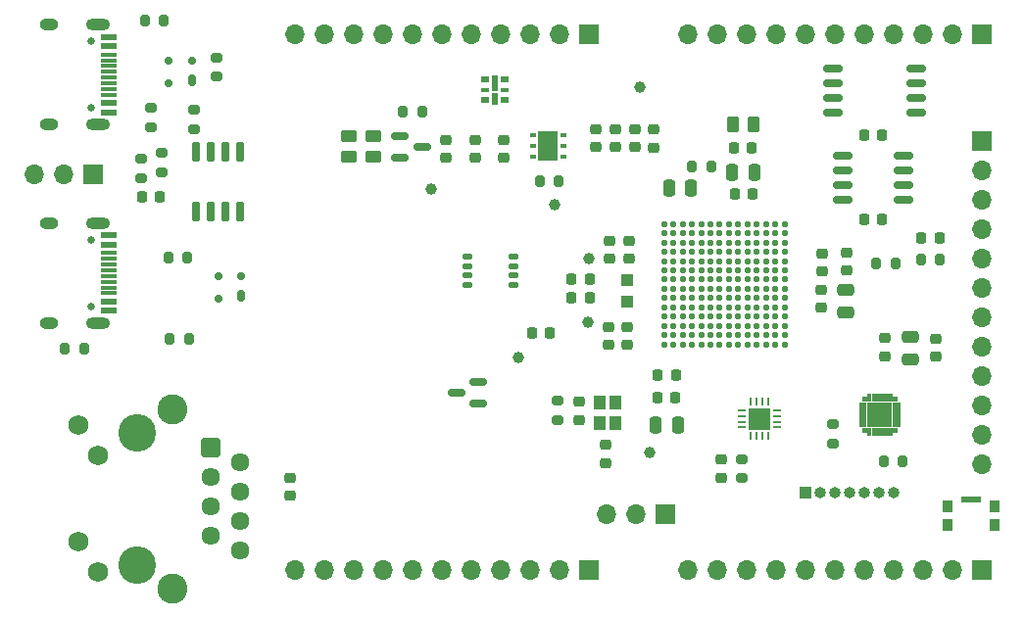
<source format=gbr>
%TF.GenerationSoftware,KiCad,Pcbnew,9.0.0*%
%TF.CreationDate,2025-04-18T01:08:42+10:00*%
%TF.ProjectId,Teensy_4.1_attempt_1,5465656e-7379-45f3-942e-315f61747465,rev?*%
%TF.SameCoordinates,Original*%
%TF.FileFunction,Soldermask,Top*%
%TF.FilePolarity,Negative*%
%FSLAX46Y46*%
G04 Gerber Fmt 4.6, Leading zero omitted, Abs format (unit mm)*
G04 Created by KiCad (PCBNEW 9.0.0) date 2025-04-18 01:08:42*
%MOMM*%
%LPD*%
G01*
G04 APERTURE LIST*
G04 Aperture macros list*
%AMRoundRect*
0 Rectangle with rounded corners*
0 $1 Rounding radius*
0 $2 $3 $4 $5 $6 $7 $8 $9 X,Y pos of 4 corners*
0 Add a 4 corners polygon primitive as box body*
4,1,4,$2,$3,$4,$5,$6,$7,$8,$9,$2,$3,0*
0 Add four circle primitives for the rounded corners*
1,1,$1+$1,$2,$3*
1,1,$1+$1,$4,$5*
1,1,$1+$1,$6,$7*
1,1,$1+$1,$8,$9*
0 Add four rect primitives between the rounded corners*
20,1,$1+$1,$2,$3,$4,$5,0*
20,1,$1+$1,$4,$5,$6,$7,0*
20,1,$1+$1,$6,$7,$8,$9,0*
20,1,$1+$1,$8,$9,$2,$3,0*%
G04 Aperture macros list end*
%ADD10C,0.010000*%
%ADD11RoundRect,0.225000X0.250000X-0.225000X0.250000X0.225000X-0.250000X0.225000X-0.250000X-0.225000X0*%
%ADD12RoundRect,0.225000X0.225000X0.250000X-0.225000X0.250000X-0.225000X-0.250000X0.225000X-0.250000X0*%
%ADD13RoundRect,0.200000X-0.275000X0.200000X-0.275000X-0.200000X0.275000X-0.200000X0.275000X0.200000X0*%
%ADD14R,1.700000X1.700000*%
%ADD15O,1.700000X1.700000*%
%ADD16RoundRect,0.250000X-0.250000X-0.475000X0.250000X-0.475000X0.250000X0.475000X-0.250000X0.475000X0*%
%ADD17RoundRect,0.200000X0.200000X0.275000X-0.200000X0.275000X-0.200000X-0.275000X0.200000X-0.275000X0*%
%ADD18RoundRect,0.250000X0.262500X0.450000X-0.262500X0.450000X-0.262500X-0.450000X0.262500X-0.450000X0*%
%ADD19RoundRect,0.200000X0.275000X-0.200000X0.275000X0.200000X-0.275000X0.200000X-0.275000X-0.200000X0*%
%ADD20RoundRect,0.225000X-0.250000X0.225000X-0.250000X-0.225000X0.250000X-0.225000X0.250000X0.225000X0*%
%ADD21R,1.000000X1.150000*%
%ADD22RoundRect,0.150000X-0.675000X-0.150000X0.675000X-0.150000X0.675000X0.150000X-0.675000X0.150000X0*%
%ADD23C,1.000000*%
%ADD24C,3.250000*%
%ADD25RoundRect,0.102000X-0.704000X0.704000X-0.704000X-0.704000X0.704000X-0.704000X0.704000X0.704000X0*%
%ADD26C,1.612000*%
%ADD27C,1.734000*%
%ADD28C,2.604000*%
%ADD29RoundRect,0.162500X-0.650000X-0.162500X0.650000X-0.162500X0.650000X0.162500X-0.650000X0.162500X0*%
%ADD30RoundRect,0.062500X0.062500X-0.275000X0.062500X0.275000X-0.062500X0.275000X-0.062500X-0.275000X0*%
%ADD31RoundRect,0.062500X0.275000X-0.062500X0.275000X0.062500X-0.275000X0.062500X-0.275000X-0.062500X0*%
%ADD32R,1.900000X1.900000*%
%ADD33RoundRect,0.250000X0.250000X0.475000X-0.250000X0.475000X-0.250000X-0.475000X0.250000X-0.475000X0*%
%ADD34RoundRect,0.250000X-0.450000X0.262500X-0.450000X-0.262500X0.450000X-0.262500X0.450000X0.262500X0*%
%ADD35C,0.650000*%
%ADD36R,1.450000X0.600000*%
%ADD37R,1.450000X0.300000*%
%ADD38O,2.100000X1.000000*%
%ADD39O,1.600000X1.000000*%
%ADD40RoundRect,0.200000X-0.200000X-0.275000X0.200000X-0.275000X0.200000X0.275000X-0.200000X0.275000X0*%
%ADD41RoundRect,0.218750X0.256250X-0.218750X0.256250X0.218750X-0.256250X0.218750X-0.256250X-0.218750X0*%
%ADD42R,0.630000X0.450000*%
%ADD43R,1.700000X2.600000*%
%ADD44R,0.800000X0.500000*%
%ADD45R,0.500000X1.000000*%
%ADD46R,0.800000X0.300000*%
%ADD47R,0.500000X1.480000*%
%ADD48RoundRect,0.020000X0.380000X0.180000X-0.380000X0.180000X-0.380000X-0.180000X0.380000X-0.180000X0*%
%ADD49RoundRect,0.150000X-0.150000X0.725000X-0.150000X-0.725000X0.150000X-0.725000X0.150000X0.725000X0*%
%ADD50RoundRect,0.175000X0.175000X0.325000X-0.175000X0.325000X-0.175000X-0.325000X0.175000X-0.325000X0*%
%ADD51RoundRect,0.150000X0.200000X0.150000X-0.200000X0.150000X-0.200000X-0.150000X0.200000X-0.150000X0*%
%ADD52RoundRect,0.250000X0.450000X-0.262500X0.450000X0.262500X-0.450000X0.262500X-0.450000X-0.262500X0*%
%ADD53C,0.594000*%
%ADD54RoundRect,0.250000X-0.475000X0.250000X-0.475000X-0.250000X0.475000X-0.250000X0.475000X0.250000X0*%
%ADD55RoundRect,0.218750X-0.218750X-0.256250X0.218750X-0.256250X0.218750X0.256250X-0.218750X0.256250X0*%
%ADD56RoundRect,0.225000X-0.225000X-0.250000X0.225000X-0.250000X0.225000X0.250000X-0.225000X0.250000X0*%
%ADD57R,0.900000X1.000000*%
%ADD58R,1.700000X0.550000*%
%ADD59RoundRect,0.150000X0.587500X0.150000X-0.587500X0.150000X-0.587500X-0.150000X0.587500X-0.150000X0*%
%ADD60R,1.100000X1.050000*%
%ADD61R,1.000000X1.000000*%
%ADD62O,1.000000X1.000000*%
%ADD63RoundRect,0.218750X0.218750X0.256250X-0.218750X0.256250X-0.218750X-0.256250X0.218750X-0.256250X0*%
%ADD64RoundRect,0.250000X0.475000X-0.250000X0.475000X0.250000X-0.475000X0.250000X-0.475000X-0.250000X0*%
%ADD65RoundRect,0.150000X-0.587500X-0.150000X0.587500X-0.150000X0.587500X0.150000X-0.587500X0.150000X0*%
G04 APERTURE END LIST*
D10*
%TO.C,U5*%
X168505000Y-86785000D02*
X167955000Y-86785000D01*
X167955000Y-86485000D01*
X168505000Y-86485000D01*
X168505000Y-86785000D01*
G36*
X168505000Y-86785000D02*
G01*
X167955000Y-86785000D01*
X167955000Y-86485000D01*
X168505000Y-86485000D01*
X168505000Y-86785000D01*
G37*
X168505000Y-87185000D02*
X167955000Y-87185000D01*
X167955000Y-86885000D01*
X168505000Y-86885000D01*
X168505000Y-87185000D01*
G36*
X168505000Y-87185000D02*
G01*
X167955000Y-87185000D01*
X167955000Y-86885000D01*
X168505000Y-86885000D01*
X168505000Y-87185000D01*
G37*
X168505000Y-87785000D02*
X167955000Y-87785000D01*
X167955000Y-87285000D01*
X168505000Y-87285000D01*
X168505000Y-87785000D01*
G36*
X168505000Y-87785000D02*
G01*
X167955000Y-87785000D01*
X167955000Y-87285000D01*
X168505000Y-87285000D01*
X168505000Y-87785000D01*
G37*
X168505000Y-88185000D02*
X167955000Y-88185000D01*
X167955000Y-87885000D01*
X168505000Y-87885000D01*
X168505000Y-88185000D01*
G36*
X168505000Y-88185000D02*
G01*
X167955000Y-88185000D01*
X167955000Y-87885000D01*
X168505000Y-87885000D01*
X168505000Y-88185000D01*
G37*
X168505000Y-88585000D02*
X167955000Y-88585000D01*
X167955000Y-88285000D01*
X168505000Y-88285000D01*
X168505000Y-88585000D01*
G36*
X168505000Y-88585000D02*
G01*
X167955000Y-88585000D01*
X167955000Y-88285000D01*
X168505000Y-88285000D01*
X168505000Y-88585000D01*
G37*
X168555000Y-86385000D02*
X168205000Y-86385000D01*
X168205000Y-86035000D01*
X168555000Y-86035000D01*
X168555000Y-86385000D01*
G36*
X168555000Y-86385000D02*
G01*
X168205000Y-86385000D01*
X168205000Y-86035000D01*
X168555000Y-86035000D01*
X168555000Y-86385000D01*
G37*
X168555000Y-89035000D02*
X168205000Y-89035000D01*
X168205000Y-88685000D01*
X168555000Y-88685000D01*
X168555000Y-89035000D01*
G36*
X168555000Y-89035000D02*
G01*
X168205000Y-89035000D01*
X168205000Y-88685000D01*
X168555000Y-88685000D01*
X168555000Y-89035000D01*
G37*
X168955000Y-86335000D02*
X168655000Y-86335000D01*
X168655000Y-85785000D01*
X168955000Y-85785000D01*
X168955000Y-86335000D01*
G36*
X168955000Y-86335000D02*
G01*
X168655000Y-86335000D01*
X168655000Y-85785000D01*
X168955000Y-85785000D01*
X168955000Y-86335000D01*
G37*
X168955000Y-89285000D02*
X168655000Y-89285000D01*
X168655000Y-88735000D01*
X168955000Y-88735000D01*
X168955000Y-89285000D01*
G36*
X168955000Y-89285000D02*
G01*
X168655000Y-89285000D01*
X168655000Y-88735000D01*
X168955000Y-88735000D01*
X168955000Y-89285000D01*
G37*
X170705000Y-88535000D02*
X168705000Y-88535000D01*
X168705000Y-86535000D01*
X170705000Y-86535000D01*
X170705000Y-88535000D01*
G36*
X170705000Y-88535000D02*
G01*
X168705000Y-88535000D01*
X168705000Y-86535000D01*
X170705000Y-86535000D01*
X170705000Y-88535000D01*
G37*
X169355000Y-86335000D02*
X169055000Y-86335000D01*
X169055000Y-85785000D01*
X169355000Y-85785000D01*
X169355000Y-86335000D01*
G36*
X169355000Y-86335000D02*
G01*
X169055000Y-86335000D01*
X169055000Y-85785000D01*
X169355000Y-85785000D01*
X169355000Y-86335000D01*
G37*
X169355000Y-89285000D02*
X169055000Y-89285000D01*
X169055000Y-88735000D01*
X169355000Y-88735000D01*
X169355000Y-89285000D01*
G36*
X169355000Y-89285000D02*
G01*
X169055000Y-89285000D01*
X169055000Y-88735000D01*
X169355000Y-88735000D01*
X169355000Y-89285000D01*
G37*
X169955000Y-86335000D02*
X169455000Y-86335000D01*
X169455000Y-85785000D01*
X169955000Y-85785000D01*
X169955000Y-86335000D01*
G36*
X169955000Y-86335000D02*
G01*
X169455000Y-86335000D01*
X169455000Y-85785000D01*
X169955000Y-85785000D01*
X169955000Y-86335000D01*
G37*
X169955000Y-89285000D02*
X169455000Y-89285000D01*
X169455000Y-88735000D01*
X169955000Y-88735000D01*
X169955000Y-89285000D01*
G36*
X169955000Y-89285000D02*
G01*
X169455000Y-89285000D01*
X169455000Y-88735000D01*
X169955000Y-88735000D01*
X169955000Y-89285000D01*
G37*
X170355000Y-86335000D02*
X170055000Y-86335000D01*
X170055000Y-85785000D01*
X170355000Y-85785000D01*
X170355000Y-86335000D01*
G36*
X170355000Y-86335000D02*
G01*
X170055000Y-86335000D01*
X170055000Y-85785000D01*
X170355000Y-85785000D01*
X170355000Y-86335000D01*
G37*
X170355000Y-89285000D02*
X170055000Y-89285000D01*
X170055000Y-88735000D01*
X170355000Y-88735000D01*
X170355000Y-89285000D01*
G36*
X170355000Y-89285000D02*
G01*
X170055000Y-89285000D01*
X170055000Y-88735000D01*
X170355000Y-88735000D01*
X170355000Y-89285000D01*
G37*
X170755000Y-86335000D02*
X170455000Y-86335000D01*
X170455000Y-85785000D01*
X170755000Y-85785000D01*
X170755000Y-86335000D01*
G36*
X170755000Y-86335000D02*
G01*
X170455000Y-86335000D01*
X170455000Y-85785000D01*
X170755000Y-85785000D01*
X170755000Y-86335000D01*
G37*
X170755000Y-89285000D02*
X170455000Y-89285000D01*
X170455000Y-88735000D01*
X170755000Y-88735000D01*
X170755000Y-89285000D01*
G36*
X170755000Y-89285000D02*
G01*
X170455000Y-89285000D01*
X170455000Y-88735000D01*
X170755000Y-88735000D01*
X170755000Y-89285000D01*
G37*
X171205000Y-86385000D02*
X170855000Y-86385000D01*
X170855000Y-86035000D01*
X171205000Y-86035000D01*
X171205000Y-86385000D01*
G36*
X171205000Y-86385000D02*
G01*
X170855000Y-86385000D01*
X170855000Y-86035000D01*
X171205000Y-86035000D01*
X171205000Y-86385000D01*
G37*
X171205000Y-89035000D02*
X170855000Y-89035000D01*
X170855000Y-88685000D01*
X171205000Y-88685000D01*
X171205000Y-89035000D01*
G36*
X171205000Y-89035000D02*
G01*
X170855000Y-89035000D01*
X170855000Y-88685000D01*
X171205000Y-88685000D01*
X171205000Y-89035000D01*
G37*
X171455000Y-86785000D02*
X170905000Y-86785000D01*
X170905000Y-86485000D01*
X171455000Y-86485000D01*
X171455000Y-86785000D01*
G36*
X171455000Y-86785000D02*
G01*
X170905000Y-86785000D01*
X170905000Y-86485000D01*
X171455000Y-86485000D01*
X171455000Y-86785000D01*
G37*
X171455000Y-87185000D02*
X170905000Y-87185000D01*
X170905000Y-86885000D01*
X171455000Y-86885000D01*
X171455000Y-87185000D01*
G36*
X171455000Y-87185000D02*
G01*
X170905000Y-87185000D01*
X170905000Y-86885000D01*
X171455000Y-86885000D01*
X171455000Y-87185000D01*
G37*
X171455000Y-87785000D02*
X170905000Y-87785000D01*
X170905000Y-87285000D01*
X171455000Y-87285000D01*
X171455000Y-87785000D01*
G36*
X171455000Y-87785000D02*
G01*
X170905000Y-87785000D01*
X170905000Y-87285000D01*
X171455000Y-87285000D01*
X171455000Y-87785000D01*
G37*
X171455000Y-88185000D02*
X170905000Y-88185000D01*
X170905000Y-87885000D01*
X171455000Y-87885000D01*
X171455000Y-88185000D01*
G36*
X171455000Y-88185000D02*
G01*
X170905000Y-88185000D01*
X170905000Y-87885000D01*
X171455000Y-87885000D01*
X171455000Y-88185000D01*
G37*
X171455000Y-88585000D02*
X170905000Y-88585000D01*
X170905000Y-88285000D01*
X171455000Y-88285000D01*
X171455000Y-88585000D01*
G36*
X171455000Y-88585000D02*
G01*
X170905000Y-88585000D01*
X170905000Y-88285000D01*
X171455000Y-88285000D01*
X171455000Y-88585000D01*
G37*
%TD*%
D11*
%TO.C,C15*%
X166860000Y-75120000D03*
X166860000Y-73570000D03*
%TD*%
D12*
%TO.C,C32*%
X169955000Y-70650000D03*
X168405000Y-70650000D03*
%TD*%
D13*
%TO.C,R17*%
X165710000Y-88400000D03*
X165710000Y-90050000D03*
%TD*%
D14*
%TO.C,J6*%
X151215000Y-96200000D03*
D15*
X148675000Y-96200000D03*
X146135000Y-96200000D03*
%TD*%
D16*
%TO.C,L1*%
X151530000Y-68010000D03*
X153430000Y-68010000D03*
%TD*%
D17*
%TO.C,R5*%
X107885000Y-53480000D03*
X106235000Y-53480000D03*
%TD*%
D18*
%TO.C,FB2*%
X158882500Y-62510000D03*
X157057500Y-62510000D03*
%TD*%
D11*
%TO.C,C24*%
X146440000Y-74080000D03*
X146440000Y-72530000D03*
%TD*%
%TO.C,C9*%
X143745000Y-88015000D03*
X143745000Y-86465000D03*
%TD*%
D19*
%TO.C,R7*%
X105930000Y-67110000D03*
X105930000Y-65460000D03*
%TD*%
D20*
%TO.C,C1*%
X132260000Y-63825000D03*
X132260000Y-65375000D03*
%TD*%
D21*
%TO.C,Y1*%
X145545000Y-86545000D03*
X145545000Y-88295000D03*
X146945000Y-88295000D03*
X146945000Y-86545000D03*
%TD*%
D19*
%TO.C,R2*%
X106800000Y-62715000D03*
X106800000Y-61065000D03*
%TD*%
D22*
%TO.C,U7*%
X166525000Y-65145000D03*
X166525000Y-66415000D03*
X166525000Y-67685000D03*
X166525000Y-68955000D03*
X171775000Y-68955000D03*
X171775000Y-67685000D03*
X171775000Y-66415000D03*
X171775000Y-65145000D03*
%TD*%
D20*
%TO.C,C5*%
X146880000Y-62905000D03*
X146880000Y-64455000D03*
%TD*%
D23*
%TO.C,TP3*%
X141680000Y-69450000D03*
%TD*%
D14*
%TO.C,J4*%
X178600000Y-101030000D03*
D15*
X176060000Y-101030000D03*
X173520000Y-101030000D03*
X170980000Y-101030000D03*
X168440000Y-101030000D03*
X165900000Y-101030000D03*
X163360000Y-101030000D03*
X160820000Y-101030000D03*
X158280000Y-101030000D03*
X155740000Y-101030000D03*
X153200000Y-101030000D03*
%TD*%
D24*
%TO.C,P1*%
X105580000Y-89105000D03*
X105580000Y-100535000D03*
D25*
X111930000Y-90375000D03*
D26*
X114470000Y-91645000D03*
X111930000Y-92915000D03*
X114470000Y-94185000D03*
X111930000Y-95455000D03*
X114470000Y-96725000D03*
X111930000Y-97995000D03*
X114470000Y-99265000D03*
D27*
X100500000Y-88495000D03*
X102200000Y-91062000D03*
X100500000Y-98578000D03*
X102200000Y-101145000D03*
D28*
X108630000Y-87070000D03*
X108630000Y-102570000D03*
%TD*%
D29*
%TO.C,U8*%
X165712500Y-57635000D03*
X165712500Y-58905000D03*
X165712500Y-60175000D03*
X165712500Y-61445000D03*
X172887500Y-61445000D03*
X172887500Y-60175000D03*
X172887500Y-58905000D03*
X172887500Y-57635000D03*
%TD*%
D30*
%TO.C,U3*%
X158577500Y-89432500D03*
X159077500Y-89432500D03*
X159577500Y-89432500D03*
X160077500Y-89432500D03*
D31*
X160840000Y-88670000D03*
X160840000Y-88170000D03*
X160840000Y-87670000D03*
X160840000Y-87170000D03*
D30*
X160077500Y-86407500D03*
X159577500Y-86407500D03*
X159077500Y-86407500D03*
X158577500Y-86407500D03*
D31*
X157815000Y-87170000D03*
X157815000Y-87670000D03*
X157815000Y-88170000D03*
X157815000Y-88670000D03*
D32*
X159327500Y-87920000D03*
%TD*%
D33*
%TO.C,C18*%
X152295000Y-88430000D03*
X150395000Y-88430000D03*
%TD*%
D12*
%TO.C,C22*%
X158715000Y-64510000D03*
X157165000Y-64510000D03*
%TD*%
D34*
%TO.C,FB1*%
X126023750Y-63480000D03*
X126023750Y-65305000D03*
%TD*%
D35*
%TO.C,USB_DFP1*%
X101650000Y-72430000D03*
X101650000Y-78210000D03*
D36*
X103095000Y-72070000D03*
X103095000Y-72870000D03*
D37*
X103095000Y-74070000D03*
X103095000Y-75070000D03*
X103095000Y-75570000D03*
X103095000Y-76570000D03*
D36*
X103095000Y-77770000D03*
X103095000Y-78570000D03*
X103095000Y-78570000D03*
X103095000Y-77770000D03*
D37*
X103095000Y-77070000D03*
X103095000Y-76070000D03*
X103095000Y-74570000D03*
X103095000Y-73570000D03*
D36*
X103095000Y-72870000D03*
X103095000Y-72070000D03*
D38*
X102180000Y-71000000D03*
D39*
X98000000Y-71000000D03*
D38*
X102180000Y-79640000D03*
D39*
X98000000Y-79640000D03*
%TD*%
D14*
%TO.C,J3*%
X178600000Y-63875000D03*
D15*
X178600000Y-66415000D03*
X178600000Y-68955000D03*
X178600000Y-71495000D03*
X178600000Y-74035000D03*
X178600000Y-76575000D03*
X178600000Y-79115000D03*
X178600000Y-81655000D03*
X178600000Y-84195000D03*
X178600000Y-86735000D03*
X178600000Y-89275000D03*
X178600000Y-91815000D03*
%TD*%
D11*
%TO.C,C27*%
X170210000Y-82520000D03*
X170210000Y-80970000D03*
%TD*%
D40*
%TO.C,R15*%
X173295000Y-74190000D03*
X174945000Y-74190000D03*
%TD*%
D41*
%TO.C,D4*%
X156080000Y-93030000D03*
X156080000Y-91455000D03*
%TD*%
D42*
%TO.C,NCP692*%
X139765000Y-63381000D03*
X139765000Y-64331000D03*
X139765000Y-65281000D03*
X142445000Y-65281000D03*
X142445000Y-64331000D03*
X142445000Y-63381000D03*
D43*
X141105000Y-64331000D03*
%TD*%
D12*
%TO.C,C31*%
X169925000Y-63420000D03*
X168375000Y-63420000D03*
%TD*%
D20*
%TO.C,C7*%
X150200000Y-62925000D03*
X150200000Y-64475000D03*
%TD*%
D17*
%TO.C,R9*%
X100995000Y-81880000D03*
X99345000Y-81880000D03*
%TD*%
D11*
%TO.C,C16*%
X164740000Y-75160000D03*
X164740000Y-73610000D03*
%TD*%
D44*
%TO.C,U2*%
X137350000Y-60375000D03*
D45*
X136500000Y-60305000D03*
D46*
X137350000Y-59475000D03*
D44*
X137350000Y-58575000D03*
X135650000Y-58575000D03*
D46*
X135650000Y-59475000D03*
D47*
X136500000Y-58885000D03*
D44*
X135650000Y-60375000D03*
%TD*%
D11*
%TO.C,C8*%
X146060000Y-91745000D03*
X146060000Y-90195000D03*
%TD*%
D20*
%TO.C,C3*%
X137280000Y-63825000D03*
X137280000Y-65375000D03*
%TD*%
D19*
%TO.C,R1*%
X112480000Y-58365000D03*
X112480000Y-56715000D03*
%TD*%
D17*
%TO.C,R3*%
X130205000Y-61375000D03*
X128555000Y-61375000D03*
%TD*%
D12*
%TO.C,C17*%
X152130000Y-84160000D03*
X150580000Y-84160000D03*
%TD*%
D48*
%TO.C,U6*%
X134120000Y-73920000D03*
X134120000Y-74720000D03*
X134120000Y-75520000D03*
X134120000Y-76320000D03*
X138120000Y-76320000D03*
X138120000Y-75520000D03*
X138120000Y-74720000D03*
X138120000Y-73920000D03*
%TD*%
D17*
%TO.C,R18*%
X171715000Y-91630000D03*
X170065000Y-91630000D03*
%TD*%
D19*
%TO.C,R8*%
X107670000Y-66610000D03*
X107670000Y-64960000D03*
%TD*%
D23*
%TO.C,TP5*%
X138510000Y-82660000D03*
%TD*%
D49*
%TO.C,U4*%
X114465000Y-64865000D03*
X113195000Y-64865000D03*
X111925000Y-64865000D03*
X110655000Y-64865000D03*
X110655000Y-70015000D03*
X111925000Y-70015000D03*
X113195000Y-70015000D03*
X114465000Y-70015000D03*
%TD*%
D23*
%TO.C,TP1*%
X131025000Y-68060000D03*
%TD*%
D50*
%TO.C,Di3*%
X114590000Y-77312500D03*
D51*
X114590000Y-75612500D03*
X112590000Y-75612500D03*
X112590000Y-77512500D03*
%TD*%
D52*
%TO.C,F1*%
X123883750Y-65292500D03*
X123883750Y-63467500D03*
%TD*%
D53*
%TO.C,U1*%
X161520000Y-71090000D03*
X161520000Y-71890000D03*
X161520000Y-72690000D03*
X161520000Y-73490000D03*
X161520000Y-74290000D03*
X161520000Y-75090000D03*
X161520000Y-75890000D03*
X161520000Y-76690000D03*
X161520000Y-77490000D03*
X161520000Y-78290000D03*
X161520000Y-79090000D03*
X161520000Y-79890000D03*
X161520000Y-80690000D03*
X161520000Y-81490000D03*
X160720000Y-71090000D03*
X160720000Y-71890000D03*
X160720000Y-72690000D03*
X160720000Y-73490000D03*
X160720000Y-74290000D03*
X160720000Y-75090000D03*
X160720000Y-75890000D03*
X160720000Y-76690000D03*
X160720000Y-77490000D03*
X160720000Y-78290000D03*
X160720000Y-79090000D03*
X160720000Y-79890000D03*
X160720000Y-80690000D03*
X160720000Y-81490000D03*
X159920000Y-71090000D03*
X159920000Y-71890000D03*
X159920000Y-72690000D03*
X159920000Y-73490000D03*
X159920000Y-74290000D03*
X159920000Y-75090000D03*
X159920000Y-75890000D03*
X159920000Y-76690000D03*
X159920000Y-77490000D03*
X159920000Y-78290000D03*
X159920000Y-79090000D03*
X159920000Y-79890000D03*
X159920000Y-80690000D03*
X159920000Y-81490000D03*
X159120000Y-71090000D03*
X159120000Y-71890000D03*
X159120000Y-72690000D03*
X159120000Y-73490000D03*
X159120000Y-74290000D03*
X159120000Y-75090000D03*
X159120000Y-75890000D03*
X159120000Y-76690000D03*
X159120000Y-77490000D03*
X159120000Y-78290000D03*
X159120000Y-79090000D03*
X159120000Y-79890000D03*
X159120000Y-80690000D03*
X159120000Y-81490000D03*
X158320000Y-71090000D03*
X158320000Y-71890000D03*
X158320000Y-72690000D03*
X158320000Y-73490000D03*
X158320000Y-74290000D03*
X158320000Y-75090000D03*
X158320000Y-75890000D03*
X158320000Y-76690000D03*
X158320000Y-77490000D03*
X158320000Y-78290000D03*
X158320000Y-79090000D03*
X158320000Y-79890000D03*
X158320000Y-80690000D03*
X158320000Y-81490000D03*
X157520000Y-71090000D03*
X157520000Y-71890000D03*
X157520000Y-72690000D03*
X157520000Y-73490000D03*
X157520000Y-74290000D03*
X157520000Y-75090000D03*
X157520000Y-75890000D03*
X157520000Y-76690000D03*
X157520000Y-77490000D03*
X157520000Y-78290000D03*
X157520000Y-79090000D03*
X157520000Y-79890000D03*
X157520000Y-80690000D03*
X157520000Y-81490000D03*
X156720000Y-71090000D03*
X156720000Y-71890000D03*
X156720000Y-72690000D03*
X156720000Y-73490000D03*
X156720000Y-74290000D03*
X156720000Y-75090000D03*
X156720000Y-75890000D03*
X156720000Y-76690000D03*
X156720000Y-77490000D03*
X156720000Y-78290000D03*
X156720000Y-79090000D03*
X156720000Y-79890000D03*
X156720000Y-80690000D03*
X156720000Y-81490000D03*
X155920000Y-71090000D03*
X155920000Y-71890000D03*
X155920000Y-72690000D03*
X155920000Y-73490000D03*
X155920000Y-74290000D03*
X155920000Y-75090000D03*
X155920000Y-75890000D03*
X155920000Y-76690000D03*
X155920000Y-77490000D03*
X155920000Y-78290000D03*
X155920000Y-79090000D03*
X155920000Y-79890000D03*
X155920000Y-80690000D03*
X155920000Y-81490000D03*
X155120000Y-71090000D03*
X155120000Y-71890000D03*
X155120000Y-72690000D03*
X155120000Y-73490000D03*
X155120000Y-74290000D03*
X155120000Y-75090000D03*
X155120000Y-75890000D03*
X155120000Y-76690000D03*
X155120000Y-77490000D03*
X155120000Y-78290000D03*
X155120000Y-79090000D03*
X155120000Y-79890000D03*
X155120000Y-80690000D03*
X155120000Y-81490000D03*
X154320000Y-71090000D03*
X154320000Y-71890000D03*
X154320000Y-72690000D03*
X154320000Y-73490000D03*
X154320000Y-74290000D03*
X154320000Y-75090000D03*
X154320000Y-75890000D03*
X154320000Y-76690000D03*
X154320000Y-77490000D03*
X154320000Y-78290000D03*
X154320000Y-79090000D03*
X154320000Y-79890000D03*
X154320000Y-80690000D03*
X154320000Y-81490000D03*
X153520000Y-71090000D03*
X153520000Y-71890000D03*
X153520000Y-72690000D03*
X153520000Y-73490000D03*
X153520000Y-74290000D03*
X153520000Y-75090000D03*
X153520000Y-75890000D03*
X153520000Y-76690000D03*
X153520000Y-77490000D03*
X153520000Y-78290000D03*
X153520000Y-79090000D03*
X153520000Y-79890000D03*
X153520000Y-80690000D03*
X153520000Y-81490000D03*
X152720000Y-71090000D03*
X152720000Y-71890000D03*
X152720000Y-72690000D03*
X152720000Y-73490000D03*
X152720000Y-74290000D03*
X152720000Y-75090000D03*
X152720000Y-75890000D03*
X152720000Y-76690000D03*
X152720000Y-77490000D03*
X152720000Y-78290000D03*
X152720000Y-79090000D03*
X152720000Y-79890000D03*
X152720000Y-80690000D03*
X152720000Y-81490000D03*
X151920000Y-71090000D03*
X151920000Y-71890000D03*
X151920000Y-72690000D03*
X151920000Y-73490000D03*
X151920000Y-74290000D03*
X151920000Y-75090000D03*
X151920000Y-75890000D03*
X151920000Y-76690000D03*
X151920000Y-77490000D03*
X151920000Y-78290000D03*
X151920000Y-79090000D03*
X151920000Y-79890000D03*
X151920000Y-80690000D03*
X151920000Y-81490000D03*
X151120000Y-71090000D03*
X151120000Y-71890000D03*
X151120000Y-72690000D03*
X151120000Y-73490000D03*
X151120000Y-74290000D03*
X151120000Y-75090000D03*
X151120000Y-75890000D03*
X151120000Y-76690000D03*
X151120000Y-77490000D03*
X151120000Y-78290000D03*
X151120000Y-79090000D03*
X151120000Y-79890000D03*
X151120000Y-80690000D03*
X151120000Y-81490000D03*
%TD*%
D13*
%TO.C,R11*%
X110520000Y-61225000D03*
X110520000Y-62875000D03*
%TD*%
D54*
%TO.C,C14*%
X166810000Y-76805000D03*
X166810000Y-78705000D03*
%TD*%
D55*
%TO.C,D3*%
X173352500Y-72300000D03*
X174927500Y-72300000D03*
%TD*%
D20*
%TO.C,C13*%
X164710000Y-76760000D03*
X164710000Y-78310000D03*
%TD*%
%TO.C,C30*%
X118770000Y-93010000D03*
X118770000Y-94560000D03*
%TD*%
%TO.C,C4*%
X145240000Y-62910000D03*
X145240000Y-64460000D03*
%TD*%
D17*
%TO.C,R16*%
X171115000Y-74520000D03*
X169465000Y-74520000D03*
%TD*%
D23*
%TO.C,TP2*%
X148990000Y-59250000D03*
%TD*%
%TO.C,TP7*%
X144530000Y-79560000D03*
%TD*%
D56*
%TO.C,C11*%
X143125000Y-75850000D03*
X144675000Y-75850000D03*
%TD*%
D57*
%TO.C,PROG1*%
X175590000Y-95500000D03*
X179690000Y-95500000D03*
X175590000Y-97100000D03*
X179690000Y-97100000D03*
D58*
X177640000Y-94875000D03*
%TD*%
D23*
%TO.C,TP6*%
X144630000Y-74030000D03*
%TD*%
D11*
%TO.C,C29*%
X174630000Y-82570000D03*
X174630000Y-81020000D03*
%TD*%
D59*
%TO.C,D5*%
X135030000Y-86640000D03*
X135030000Y-84740000D03*
X133155000Y-85690000D03*
%TD*%
D20*
%TO.C,C2*%
X134770000Y-63825000D03*
X134770000Y-65375000D03*
%TD*%
D50*
%TO.C,D1*%
X110340000Y-58700000D03*
D51*
X110340000Y-57000000D03*
X108340000Y-57000000D03*
X108340000Y-58900000D03*
%TD*%
D20*
%TO.C,C26*%
X147960000Y-80010000D03*
X147960000Y-81560000D03*
%TD*%
D12*
%TO.C,C12*%
X152110000Y-86070000D03*
X150560000Y-86070000D03*
%TD*%
D14*
%TO.C,J5*%
X144630000Y-101030000D03*
D15*
X142090000Y-101030000D03*
X139550000Y-101030000D03*
X137010000Y-101030000D03*
X134470000Y-101030000D03*
X131930000Y-101030000D03*
X129390000Y-101030000D03*
X126850000Y-101030000D03*
X124310000Y-101030000D03*
X121770000Y-101030000D03*
X119230000Y-101030000D03*
%TD*%
D20*
%TO.C,C6*%
X148600000Y-62910000D03*
X148600000Y-64460000D03*
%TD*%
D19*
%TO.C,R14*%
X141925000Y-88035000D03*
X141925000Y-86385000D03*
%TD*%
D60*
%TO.C,Y2*%
X147950000Y-75915000D03*
X147950000Y-77765000D03*
%TD*%
D17*
%TO.C,R13*%
X110055000Y-81002500D03*
X108405000Y-81002500D03*
%TD*%
D61*
%TO.C,SWD1*%
X163300000Y-94280000D03*
D62*
X164570000Y-94280000D03*
X165840000Y-94280000D03*
X167110000Y-94280000D03*
X168380000Y-94280000D03*
X169650000Y-94280000D03*
X170920000Y-94280000D03*
%TD*%
D63*
%TO.C,D2*%
X107557500Y-68760000D03*
X105982500Y-68760000D03*
%TD*%
D20*
%TO.C,C25*%
X146290000Y-80010000D03*
X146290000Y-81560000D03*
%TD*%
D12*
%TO.C,C20*%
X158745000Y-68480000D03*
X157195000Y-68480000D03*
%TD*%
D35*
%TO.C,USB_UFP1*%
X101650000Y-55290000D03*
X101650000Y-61070000D03*
D36*
X103095000Y-54930000D03*
X103095000Y-55730000D03*
D37*
X103095000Y-56930000D03*
X103095000Y-57930000D03*
X103095000Y-58430000D03*
X103095000Y-59430000D03*
D36*
X103095000Y-60630000D03*
X103095000Y-61430000D03*
X103095000Y-61430000D03*
X103095000Y-60630000D03*
D37*
X103095000Y-59930000D03*
X103095000Y-58930000D03*
X103095000Y-57430000D03*
X103095000Y-56430000D03*
D36*
X103095000Y-55730000D03*
X103095000Y-54930000D03*
D38*
X102180000Y-53860000D03*
D39*
X98000000Y-53860000D03*
D38*
X102180000Y-62500000D03*
D39*
X98000000Y-62500000D03*
%TD*%
D17*
%TO.C,R12*%
X109930000Y-73990000D03*
X108280000Y-73990000D03*
%TD*%
D40*
%TO.C,R4*%
X140375000Y-67375000D03*
X142025000Y-67375000D03*
%TD*%
D33*
%TO.C,C21*%
X158900000Y-66590000D03*
X157000000Y-66590000D03*
%TD*%
D40*
%TO.C,R6*%
X153545000Y-66140000D03*
X155195000Y-66140000D03*
%TD*%
D14*
%TO.C,J7*%
X101775000Y-66750000D03*
D15*
X99235000Y-66750000D03*
X96695000Y-66750000D03*
%TD*%
D56*
%TO.C,C10*%
X143125000Y-77450000D03*
X144675000Y-77450000D03*
%TD*%
D64*
%TO.C,C28*%
X172380000Y-82770000D03*
X172380000Y-80870000D03*
%TD*%
D65*
%TO.C,Q1*%
X128315000Y-63450000D03*
X128315000Y-65350000D03*
X130190000Y-64400000D03*
%TD*%
D13*
%TO.C,R10*%
X157870000Y-91410000D03*
X157870000Y-93060000D03*
%TD*%
D11*
%TO.C,C23*%
X148110000Y-74080000D03*
X148110000Y-72530000D03*
%TD*%
D14*
%TO.C,J2*%
X178600000Y-54670000D03*
D15*
X176060000Y-54670000D03*
X173520000Y-54670000D03*
X170980000Y-54670000D03*
X168440000Y-54670000D03*
X165900000Y-54670000D03*
X163360000Y-54670000D03*
X160820000Y-54670000D03*
X158280000Y-54670000D03*
X155740000Y-54670000D03*
X153200000Y-54670000D03*
%TD*%
D56*
%TO.C,C19*%
X139675000Y-80510000D03*
X141225000Y-80510000D03*
%TD*%
D23*
%TO.C,TP4*%
X149890000Y-90850000D03*
%TD*%
D14*
%TO.C,J1*%
X144600000Y-54670000D03*
D15*
X142060000Y-54670000D03*
X139520000Y-54670000D03*
X136980000Y-54670000D03*
X134440000Y-54670000D03*
X131900000Y-54670000D03*
X129360000Y-54670000D03*
X126820000Y-54670000D03*
X124280000Y-54670000D03*
X121740000Y-54670000D03*
X119200000Y-54670000D03*
%TD*%
M02*

</source>
